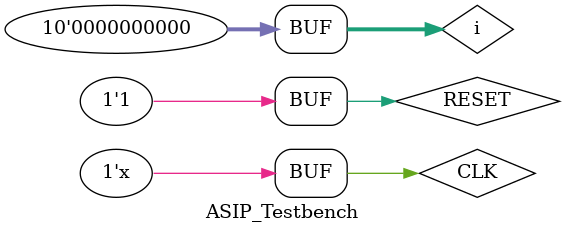
<source format=v>
`timescale 1ns / 1ps


module ASIP_Testbench;

	// Inputs
	reg CLK;
	reg RESET;

	// Outputs
	wire [7:0] MAX;
	wire [7:0] MIN;
	wire [7:0] QUOTIENT;
	wire [7:0] REMAINDER;

	// Instantiate the Unit Under Test (UUT)
	ASIP uut (
		.CLK(CLK), 
		.RESET(RESET), 
		.MAX(MAX), 
		.MIN(MIN), 
		.QUOTIENT(QUOTIENT), 
		.REMAINDER(REMAINDER)
	);
	reg [9:0] i = 0;
	initial begin
		// Initialize Inputs
		CLK = 0;
		RESET = 0;
		

		// Wait 100 ns for global reset to finish
		#5;
		RESET = 1;
      CLK =1;
		
		//#50 CLK = 0;
		// Add stimulus here
		/*for(i=0; i<1000; i=i+1) begin
		CLK = ~CLK;
		#50;
		end*/
		
	end
	always #2 CLK = ~CLK;
	
	/*always @ (*)
	begin
		#50 CLK = ~CLK;
	end*/
			

endmodule


</source>
